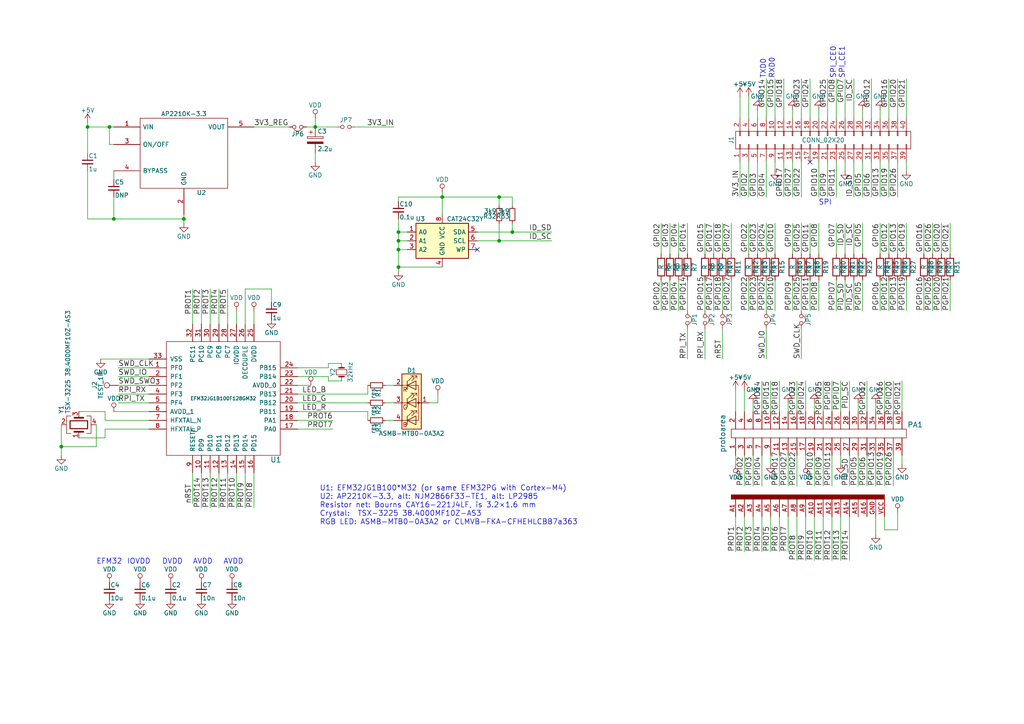
<source format=kicad_sch>
(kicad_sch (version 20230121) (generator eeschema)
  (paper "A4")
  (title_block (title "Raspberry Pi Gecko hat") (company "Jonas Norling"))
  (junction (at 115.57 69.85))
  (junction (at 144.78 57.15))
  (junction (at 25.4 36.83))
  (junction (at 31.75 36.83))
  (junction (at 53.34 63.5))
  (junction (at 115.57 67.31))
  (junction (at 148.59 67.31))
  (junction (at 17.78 129.54))
  (junction (at 115.57 72.39))
  (junction (at 115.57 77.47))
  (junction (at 91.44 36.83))
  (junction (at 144.78 69.85))
  (junction (at 128.27 57.15))
  (junction (at 33.02 63.5))
  (no_connect (at 138.43 72.39))
  (no_connect (at 234.95 46.99))
  (wire (pts (xy 78.74 87.63) (xy 78.74 83.82)))
  (wire (pts (xy 247.65 22.86) (xy 247.65 34.29)))
  (wire (pts (xy 86.36 106.68) (xy 95.25 106.68)))
  (wire (pts (xy 217.17 27.94) (xy 217.17 34.29)))
  (wire (pts (xy 212.09 64.77) (xy 212.09 73.66)))
  (wire (pts (xy 259.08 140.97) (xy 259.08 132.08)))
  (wire (pts (xy 27.94 123.19) (xy 27.94 129.54)))
  (wire (pts (xy 234.95 34.29) (xy 234.95 22.86)))
  (wire (pts (xy 260.35 34.29) (xy 260.35 22.86)))
  (wire (pts (xy 53.34 62.23) (xy 53.34 63.5)))
  (wire (pts (xy 228.6 116.84) (xy 228.6 119.38)))
  (wire (pts (xy 95.25 110.49) (xy 99.06 110.49)))
  (wire (pts (xy 102.87 36.83) (xy 114.3 36.83)))
  (wire (pts (xy 237.49 34.29) (xy 237.49 31.75)))
  (wire (pts (xy 30.48 119.38) (xy 22.86 119.38)))
  (wire (pts (xy 53.34 63.5) (xy 53.34 64.77)))
  (wire (pts (xy 128.27 57.15) (xy 144.78 57.15)))
  (wire (pts (xy 260.35 81.28) (xy 260.35 90.17)))
  (wire (pts (xy 43.18 111.76) (xy 34.29 111.76)))
  (wire (pts (xy 262.89 34.29) (xy 262.89 22.86)))
  (wire (pts (xy 73.66 147.32) (xy 73.66 137.16)))
  (wire (pts (xy 267.97 73.66) (xy 267.97 64.77)))
  (wire (pts (xy 30.48 121.92) (xy 43.18 121.92)))
  (wire (pts (xy 237.49 81.28) (xy 237.49 90.17)))
  (wire (pts (xy 224.79 81.28) (xy 224.79 90.17)))
  (wire (pts (xy 199.39 73.66) (xy 199.39 64.77)))
  (wire (pts (xy 261.62 119.38) (xy 261.62 110.49)))
  (wire (pts (xy 262.89 81.28) (xy 262.89 90.17)))
  (wire (pts (xy 31.75 36.83) (xy 33.02 36.83)))
  (wire (pts (xy 236.22 116.84) (xy 236.22 119.38)))
  (wire (pts (xy 227.33 46.99) (xy 227.33 57.15)))
  (wire (pts (xy 73.66 90.17) (xy 73.66 93.98)))
  (wire (pts (xy 260.35 153.67) (xy 260.35 148.59)))
  (wire (pts (xy 250.19 81.28) (xy 250.19 90.17)))
  (wire (pts (xy 234.95 73.66) (xy 234.95 64.77)))
  (wire (pts (xy 33.02 57.15) (xy 33.02 63.5)))
  (wire (pts (xy 219.71 57.15) (xy 219.71 46.99)))
  (wire (pts (xy 115.57 72.39) (xy 115.57 77.47)))
  (wire (pts (xy 127 116.84) (xy 127 114.3)))
  (wire (pts (xy 247.65 73.66) (xy 247.65 64.77)))
  (wire (pts (xy 86.36 114.3) (xy 106.68 114.3)))
  (wire (pts (xy 43.18 116.84) (xy 34.29 116.84)))
  (wire (pts (xy 111.76 121.92) (xy 114.3 121.92)))
  (wire (pts (xy 247.65 46.99) (xy 247.65 57.15)))
  (wire (pts (xy 246.38 119.38) (xy 246.38 110.49)))
  (wire (pts (xy 204.47 73.66) (xy 204.47 64.77)))
  (wire (pts (xy 254 149.86) (xy 254 154.94)))
  (wire (pts (xy 254 116.84) (xy 254 119.38)))
  (wire (pts (xy 222.25 64.77) (xy 222.25 73.66)))
  (wire (pts (xy 58.42 147.32) (xy 58.42 137.16)))
  (wire (pts (xy 196.85 64.77) (xy 196.85 73.66)))
  (wire (pts (xy 267.97 81.28) (xy 267.97 90.17)))
  (wire (pts (xy 255.27 34.29) (xy 255.27 31.75)))
  (wire (pts (xy 215.9 160.02) (xy 215.9 149.86)))
  (wire (pts (xy 238.76 119.38) (xy 238.76 110.49)))
  (wire (pts (xy 236.22 162.56) (xy 236.22 149.86)))
  (wire (pts (xy 255.27 46.99) (xy 255.27 57.15)))
  (wire (pts (xy 273.05 81.28) (xy 273.05 90.17)))
  (wire (pts (xy 86.36 116.84) (xy 106.68 116.84)))
  (wire (pts (xy 118.11 67.31) (xy 115.57 67.31)))
  (wire (pts (xy 68.58 90.17) (xy 68.58 93.98)))
  (wire (pts (xy 234.95 81.28) (xy 234.95 90.17)))
  (wire (pts (xy 233.68 134.62) (xy 233.68 132.08)))
  (wire (pts (xy 128.27 77.47) (xy 115.57 77.47)))
  (wire (pts (xy 148.59 57.15) (xy 148.59 59.69)))
  (wire (pts (xy 91.44 34.29) (xy 91.44 36.83)))
  (wire (pts (xy 270.51 64.77) (xy 270.51 73.66)))
  (wire (pts (xy 257.81 46.99) (xy 257.81 57.15)))
  (wire (pts (xy 241.3 162.56) (xy 241.3 149.86)))
  (wire (pts (xy 138.43 67.31) (xy 148.59 67.31)))
  (wire (pts (xy 106.68 119.38) (xy 106.68 121.92)))
  (wire (pts (xy 25.4 63.5) (xy 33.02 63.5)))
  (wire (pts (xy 209.55 95.25) (xy 209.55 104.14)))
  (wire (pts (xy 55.88 137.16) (xy 55.88 146.05)))
  (wire (pts (xy 17.78 123.19) (xy 17.78 129.54)))
  (wire (pts (xy 43.18 109.22) (xy 34.29 109.22)))
  (wire (pts (xy 115.57 67.31) (xy 115.57 69.85)))
  (wire (pts (xy 31.75 41.91) (xy 31.75 36.83)))
  (wire (pts (xy 251.46 119.38) (xy 251.46 110.49)))
  (wire (pts (xy 251.46 140.97) (xy 251.46 132.08)))
  (wire (pts (xy 43.18 114.3) (xy 34.29 114.3)))
  (wire (pts (xy 214.63 46.99) (xy 214.63 57.15)))
  (wire (pts (xy 231.14 119.38) (xy 231.14 110.49)))
  (wire (pts (xy 252.73 34.29) (xy 252.73 22.86)))
  (wire (pts (xy 228.6 160.02) (xy 228.6 149.86)))
  (wire (pts (xy 218.44 160.02) (xy 218.44 149.86)))
  (wire (pts (xy 95.25 106.68) (xy 95.25 105.41)))
  (wire (pts (xy 250.19 31.75) (xy 250.19 34.29)))
  (wire (pts (xy 260.35 73.66) (xy 260.35 64.77)))
  (wire (pts (xy 115.57 58.42) (xy 115.57 57.15)))
  (wire (pts (xy 256.54 140.97) (xy 256.54 132.08)))
  (wire (pts (xy 213.36 160.02) (xy 213.36 149.86)))
  (wire (pts (xy 148.59 67.31) (xy 160.02 67.31)))
  (wire (pts (xy 63.5 93.98) (xy 63.5 83.82)))
  (wire (pts (xy 261.62 134.62) (xy 261.62 132.08)))
  (wire (pts (xy 259.08 119.38) (xy 259.08 110.49)))
  (wire (pts (xy 58.42 93.98) (xy 58.42 83.82)))
  (wire (pts (xy 223.52 134.62) (xy 223.52 132.08)))
  (wire (pts (xy 66.04 147.32) (xy 66.04 137.16)))
  (wire (pts (xy 144.78 57.15) (xy 148.59 57.15)))
  (wire (pts (xy 95.25 109.22) (xy 95.25 110.49)))
  (wire (pts (xy 256.54 149.86) (xy 256.54 153.67)))
  (wire (pts (xy 68.58 147.32) (xy 68.58 137.16)))
  (wire (pts (xy 254 140.97) (xy 254 132.08)))
  (wire (pts (xy 275.59 64.77) (xy 275.59 73.66)))
  (wire (pts (xy 243.84 134.62) (xy 243.84 132.08)))
  (wire (pts (xy 115.57 77.47) (xy 115.57 78.74)))
  (wire (pts (xy 73.66 36.83) (xy 83.82 36.83)))
  (wire (pts (xy 255.27 73.66) (xy 255.27 64.77)))
  (wire (pts (xy 250.19 46.99) (xy 250.19 57.15)))
  (wire (pts (xy 95.25 105.41) (xy 99.06 105.41)))
  (wire (pts (xy 217.17 81.28) (xy 217.17 90.17)))
  (wire (pts (xy 60.96 93.98) (xy 60.96 83.82)))
  (wire (pts (xy 144.78 69.85) (xy 160.02 69.85)))
  (wire (pts (xy 25.4 36.83) (xy 25.4 44.45)))
  (wire (pts (xy 229.87 73.66) (xy 229.87 64.77)))
  (wire (pts (xy 257.81 73.66) (xy 257.81 64.77)))
  (wire (pts (xy 237.49 46.99) (xy 237.49 57.15)))
  (wire (pts (xy 232.41 64.77) (xy 232.41 73.66)))
  (wire (pts (xy 60.96 147.32) (xy 60.96 137.16)))
  (wire (pts (xy 88.9 36.83) (xy 91.44 36.83)))
  (wire (pts (xy 245.11 22.86) (xy 245.11 34.29)))
  (wire (pts (xy 241.3 140.97) (xy 241.3 132.08)))
  (wire (pts (xy 217.17 46.99) (xy 217.17 57.15)))
  (wire (pts (xy 86.36 124.46) (xy 96.52 124.46)))
  (wire (pts (xy 91.44 44.45) (xy 91.44 46.99)))
  (wire (pts (xy 219.71 31.75) (xy 219.71 34.29)))
  (wire (pts (xy 191.77 64.77) (xy 191.77 73.66)))
  (wire (pts (xy 191.77 81.28) (xy 191.77 90.17)))
  (wire (pts (xy 90.17 111.76) (xy 86.36 111.76)))
  (wire (pts (xy 243.84 119.38) (xy 243.84 110.49)))
  (wire (pts (xy 194.31 81.28) (xy 194.31 90.17)))
  (wire (pts (xy 118.11 69.85) (xy 115.57 69.85)))
  (wire (pts (xy 238.76 140.97) (xy 238.76 132.08)))
  (wire (pts (xy 240.03 34.29) (xy 240.03 22.86)))
  (wire (pts (xy 29.21 104.14) (xy 43.18 104.14)))
  (wire (pts (xy 213.36 134.62) (xy 213.36 132.08)))
  (wire (pts (xy 55.88 93.98) (xy 55.88 83.82)))
  (wire (pts (xy 115.57 69.85) (xy 115.57 72.39)))
  (wire (pts (xy 252.73 46.99) (xy 252.73 57.15)))
  (wire (pts (xy 111.76 111.76) (xy 114.3 111.76)))
  (wire (pts (xy 115.57 57.15) (xy 128.27 57.15)))
  (wire (pts (xy 270.51 81.28) (xy 270.51 90.17)))
  (wire (pts (xy 222.25 90.17) (xy 222.25 81.28)))
  (wire (pts (xy 25.4 49.53) (xy 25.4 63.5)))
  (wire (pts (xy 196.85 81.28) (xy 196.85 90.17)))
  (wire (pts (xy 236.22 140.97) (xy 236.22 132.08)))
  (wire (pts (xy 91.44 36.83) (xy 97.79 36.83)))
  (wire (pts (xy 246.38 140.97) (xy 246.38 132.08)))
  (wire (pts (xy 220.98 160.02) (xy 220.98 149.86)))
  (wire (pts (xy 241.3 119.38) (xy 241.3 110.49)))
  (wire (pts (xy 128.27 55.88) (xy 128.27 57.15)))
  (wire (pts (xy 223.52 160.02) (xy 223.52 149.86)))
  (wire (pts (xy 257.81 81.28) (xy 257.81 90.17)))
  (wire (pts (xy 273.05 73.66) (xy 273.05 64.77)))
  (wire (pts (xy 256.54 119.38) (xy 256.54 110.49)))
  (wire (pts (xy 240.03 46.99) (xy 240.03 57.15)))
  (wire (pts (xy 213.36 113.03) (xy 213.36 119.38)))
  (wire (pts (xy 242.57 73.66) (xy 242.57 64.77)))
  (wire (pts (xy 232.41 46.99) (xy 232.41 57.15)))
  (wire (pts (xy 222.25 57.15) (xy 222.25 46.99)))
  (wire (pts (xy 233.68 162.56) (xy 233.68 149.86)))
  (wire (pts (xy 209.55 64.77) (xy 209.55 73.66)))
  (wire (pts (xy 220.98 140.97) (xy 220.98 132.08)))
  (wire (pts (xy 118.11 72.39) (xy 115.57 72.39)))
  (wire (pts (xy 228.6 140.97) (xy 228.6 132.08)))
  (wire (pts (xy 275.59 81.28) (xy 275.59 90.17)))
  (wire (pts (xy 148.59 64.77) (xy 148.59 67.31)))
  (wire (pts (xy 194.31 64.77) (xy 194.31 73.66)))
  (wire (pts (xy 223.52 119.38) (xy 223.52 110.49)))
  (wire (pts (xy 144.78 59.69) (xy 144.78 57.15)))
  (wire (pts (xy 25.4 35.56) (xy 25.4 36.83)))
  (wire (pts (xy 257.81 34.29) (xy 257.81 22.86)))
  (wire (pts (xy 232.41 22.86) (xy 232.41 34.29)))
  (wire (pts (xy 215.9 113.03) (xy 215.9 119.38)))
  (wire (pts (xy 43.18 106.68) (xy 34.29 106.68)))
  (wire (pts (xy 215.9 140.97) (xy 215.9 132.08)))
  (wire (pts (xy 30.48 124.46) (xy 30.48 127)))
  (wire (pts (xy 227.33 34.29) (xy 227.33 22.86)))
  (wire (pts (xy 217.17 64.77) (xy 217.17 73.66)))
  (wire (pts (xy 243.84 162.56) (xy 243.84 149.86)))
  (wire (pts (xy 242.57 34.29) (xy 242.57 22.86)))
  (wire (pts (xy 219.71 73.66) (xy 219.71 64.77)))
  (wire (pts (xy 71.12 83.82) (xy 71.12 93.98)))
  (wire (pts (xy 262.89 64.77) (xy 262.89 73.66)))
  (wire (pts (xy 86.36 121.92) (xy 96.52 121.92)))
  (wire (pts (xy 246.38 162.56) (xy 246.38 149.86)))
  (wire (pts (xy 220.98 119.38) (xy 220.98 110.49)))
  (wire (pts (xy 218.44 140.97) (xy 218.44 132.08)))
  (wire (pts (xy 212.09 81.28) (xy 212.09 90.17)))
  (wire (pts (xy 33.02 119.38) (xy 43.18 119.38)))
  (wire (pts (xy 199.39 95.25) (xy 199.39 104.14)))
  (wire (pts (xy 71.12 147.32) (xy 71.12 137.16)))
  (wire (pts (xy 144.78 64.77) (xy 144.78 69.85)))
  (wire (pts (xy 30.48 127) (xy 22.86 127)))
  (wire (pts (xy 115.57 63.5) (xy 115.57 67.31)))
  (wire (pts (xy 219.71 81.28) (xy 219.71 90.17)))
  (wire (pts (xy 262.89 49.53) (xy 262.89 46.99)))
  (wire (pts (xy 222.25 34.29) (xy 222.25 22.86)))
  (wire (pts (xy 224.79 64.77) (xy 224.79 73.66)))
  (wire (pts (xy 17.78 129.54) (xy 17.78 132.08)))
  (wire (pts (xy 242.57 81.28) (xy 242.57 90.17)))
  (wire (pts (xy 232.41 95.25) (xy 232.41 104.14)))
  (wire (pts (xy 33.02 49.53) (xy 33.02 52.07)))
  (wire (pts (xy 106.68 114.3) (xy 106.68 111.76)))
  (wire (pts (xy 248.92 116.84) (xy 248.92 119.38)))
  (wire (pts (xy 250.19 73.66) (xy 250.19 64.77)))
  (wire (pts (xy 66.04 93.98) (xy 66.04 83.82)))
  (wire (pts (xy 86.36 109.22) (xy 95.25 109.22)))
  (wire (pts (xy 233.68 119.38) (xy 233.68 110.49)))
  (wire (pts (xy 138.43 69.85) (xy 144.78 69.85)))
  (wire (pts (xy 242.57 46.99) (xy 242.57 57.15)))
  (wire (pts (xy 229.87 90.17) (xy 229.87 81.28)))
  (wire (pts (xy 78.74 83.82) (xy 71.12 83.82)))
  (wire (pts (xy 247.65 81.28) (xy 247.65 90.17)))
  (wire (pts (xy 245.11 81.28) (xy 245.11 90.17)))
  (wire (pts (xy 231.14 140.97) (xy 231.14 132.08)))
  (wire (pts (xy 30.48 121.92) (xy 30.48 119.38)))
  (wire (pts (xy 224.79 46.99) (xy 224.79 49.53)))
  (wire (pts (xy 256.54 153.67) (xy 260.35 153.67)))
  (wire (pts (xy 209.55 90.17) (xy 209.55 81.28)))
  (wire (pts (xy 127 116.84) (xy 124.46 116.84)))
  (wire (pts (xy 255.27 81.28) (xy 255.27 90.17)))
  (wire (pts (xy 207.01 64.77) (xy 207.01 73.66)))
  (wire (pts (xy 226.06 160.02) (xy 226.06 149.86)))
  (wire (pts (xy 237.49 73.66) (xy 237.49 64.77)))
  (wire (pts (xy 111.76 116.84) (xy 114.3 116.84)))
  (wire (pts (xy 232.41 90.17) (xy 232.41 81.28)))
  (wire (pts (xy 128.27 57.15) (xy 128.27 62.23)))
  (wire (pts (xy 229.87 46.99) (xy 229.87 57.15)))
  (wire (pts (xy 214.63 27.94) (xy 214.63 34.29)))
  (wire (pts (xy 229.87 31.75) (xy 229.87 34.29)))
  (wire (pts (xy 33.02 63.5) (xy 53.34 63.5)))
  (wire (pts (xy 30.48 124.46) (xy 43.18 124.46)))
  (wire (pts (xy 238.76 162.56) (xy 238.76 149.86)))
  (wire (pts (xy 226.06 140.97) (xy 226.06 132.08)))
  (wire (pts (xy 33.02 41.91) (xy 31.75 41.91)))
  (wire (pts (xy 231.14 162.56) (xy 231.14 149.86)))
  (wire (pts (xy 248.92 140.97) (xy 248.92 132.08)))
  (wire (pts (xy 204.47 95.25) (xy 204.47 104.14)))
  (wire (pts (xy 27.94 129.54) (xy 17.78 129.54)))
  (wire (pts (xy 86.36 119.38) (xy 106.68 119.38)))
  (wire (pts (xy 222.25 95.25) (xy 222.25 104.14)))
  (wire (pts (xy 245.11 73.66) (xy 245.11 64.77)))
  (wire (pts (xy 245.11 49.53) (xy 245.11 46.99)))
  (wire (pts (xy 226.06 119.38) (xy 226.06 110.49)))
  (wire (pts (xy 63.5 147.32) (xy 63.5 137.16)))
  (wire (pts (xy 218.44 116.84) (xy 218.44 119.38)))
  (wire (pts (xy 207.01 81.28) (xy 207.01 90.17)))
  (wire (pts (xy 224.79 34.29) (xy 224.79 22.86)))
  (wire (pts (xy 204.47 90.17) (xy 204.47 81.28)))
  (wire (pts (xy 25.4 36.83) (xy 31.75 36.83)))
  (wire (pts (xy 260.35 46.99) (xy 260.35 57.15)))
  (wire (pts (xy 199.39 81.28) (xy 199.39 90.17)))
  (text "SPI_CE0" (at 242.57 22.86 90) (effects (font (size 1.524 1.524)) (justify left bottom)))
  (text "TXD0" (at 222.25 22.86 90) (effects (font (size 1.524 1.524)) (justify left bottom)))
  (text "IOVDD" (at 36.83 163.83 0) (effects (font (size 1.524 1.524)) (justify left bottom)))
  (text "EFM32" (at 27.94 163.83 0) (effects (font (size 1.524 1.524)) (justify left bottom)))
  (text "AVDD" (at 55.88 163.83 0) (effects (font (size 1.524 1.524)) (justify left bottom)))
  (text "AVDD" (at 64.77 163.83 0) (effects (font (size 1.524 1.524)) (justify left bottom)))
  (text "RXD0" (at 224.79 22.86 90) (effects (font (size 1.524 1.524)) (justify left bottom)))
  (text "DVDD" (at 46.99 163.83 0) (effects (font (size 1.524 1.524)) (justify left bottom)))
  (text "U1: EFM32JG1B100*M32 (or same EFM32PG with Cortex-M4)\nU2: AP2210K-3.3, alt: NJM2866F33-TE1, alt: LP2985\nResistor net: Bourns CAY16-221J4LF, is 3.2×1.6 mm\nCrystal:  TSX-3225 38.4000MF10Z-AS3\nRGB LED: ASMB-MTB0-0A3A2 or CLMVB-FKA-CFHEHLCBB7a363\n" (at 92.71 152.4 0) (effects (font (size 1.524 1.524)) (justify left bottom)))
  (text "SPI_CE1" (at 245.11 22.86 90) (effects (font (size 1.524 1.524)) (justify left bottom)))
  (text "SPI" (at 241.3 59.69 0) (effects (font (size 1.524 1.524)) (justify right bottom)))
  (label "PGPIO21" (at 275.59 90.17 90) (effects (font (size 1.524 1.524))))
  (label "GPIO19" (at 257.81 57.15 90) (effects (font (size 1.524 1.524))))
  (label "PGPIO16" (at 267.97 90.17 90) (effects (font (size 1.524 1.524))))
  (label "PGPIO11" (at 234.95 90.17 90) (effects (font (size 1.524 1.524))))
  (label "PROT2" (at 215.9 160.02 90) (effects (font (size 1.524 1.524))))
  (label "GPIO27" (at 229.87 57.15 90) (effects (font (size 1.524 1.524))))
  (label "PGPIO19" (at 262.89 90.17 90) (effects (font (size 1.524 1.524))))
  (label "GPIO20" (at 260.35 22.86 270) (effects (font (size 1.524 1.524))))
  (label "SWD_IO" (at 222.25 104.14 90) (effects (font (size 1.524 1.524))))
  (label "LED_B" (at 87.63 114.3 0) (effects (font (size 1.524 1.524))))
  (label "PGPIO17" (at 226.06 140.97 90) (effects (font (size 1.524 1.524))))
  (label "PGPIO8" (at 241.3 110.49 270) (effects (font (size 1.524 1.524))))
  (label "PGPIO4" (at 196.85 90.17 90) (effects (font (size 1.524 1.524))))
  (label "GPIO24" (at 234.95 22.86 270) (effects (font (size 1.524 1.524))))
  (label "PGPIO3" (at 218.44 140.97 90) (effects (font (size 1.524 1.524))))
  (label "GPIO22" (at 232.41 57.15 90) (effects (font (size 1.524 1.524))))
  (label "PGPIO22" (at 217.17 90.17 90) (effects (font (size 1.524 1.524))))
  (label "PID_SC" (at 247.65 90.17 90) (effects (font (size 1.524 1.524))))
  (label "PROT1" (at 55.88 83.82 270) (effects (font (size 1.524 1.524))))
  (label "PGPIO15" (at 204.47 90.17 90) (effects (font (size 1.524 1.524))))
  (label "PROT9" (at 71.12 147.32 90) (effects (font (size 1.524 1.524))))
  (label "GPIO9" (at 229.87 64.77 270) (effects (font (size 1.524 1.524))))
  (label "SWD_CLK" (at 34.29 106.68 0) (effects (font (size 1.524 1.524))))
  (label "PGPIO18" (at 209.55 90.17 90) (effects (font (size 1.524 1.524))))
  (label "PROT5" (at 223.52 160.02 90) (effects (font (size 1.524 1.524))))
  (label "PGPIO2" (at 191.77 90.17 90) (effects (font (size 1.524 1.524))))
  (label "GPIO16" (at 267.97 64.77 270) (effects (font (size 1.524 1.524))))
  (label "GPIO11" (at 242.57 57.15 90) (effects (font (size 1.524 1.524))))
  (label "GPIO21" (at 262.89 22.86 270) (effects (font (size 1.524 1.524))))
  (label "PGPIO16" (at 256.54 110.49 270) (effects (font (size 1.524 1.524))))
  (label "PROT14" (at 58.42 147.32 90) (effects (font (size 1.524 1.524))))
  (label "PGPIO23" (at 219.71 90.17 90) (effects (font (size 1.524 1.524))))
  (label "PROT6" (at 96.52 121.92 180) (effects (font (size 1.524 1.524))))
  (label "GPIO17" (at 227.33 57.15 90) (effects (font (size 1.524 1.524))))
  (label "PGPIO14" (at 199.39 90.17 90) (effects (font (size 1.524 1.524))))
  (label "GPIO4" (at 222.25 57.15 90) (effects (font (size 1.524 1.524))))
  (label "PGPIO24" (at 222.25 90.17 90) (effects (font (size 1.524 1.524))))
  (label "PID_SD" (at 246.38 140.97 90) (effects (font (size 1.524 1.524))))
  (label "GPIO2" (at 191.77 64.77 270) (effects (font (size 1.524 1.524))))
  (label "ID_SD" (at 160.02 67.31 180) (effects (font (size 1.524 1.524))))
  (label "PGPIO19" (at 256.54 140.97 90) (effects (font (size 1.524 1.524))))
  (label "PROT11" (at 66.04 147.32 90) (effects (font (size 1.524 1.524))))
  (label "GPIO19" (at 262.89 64.77 270) (effects (font (size 1.524 1.524))))
  (label "GPIO14" (at 199.39 64.77 270) (effects (font (size 1.524 1.524))))
  (label "PROT3" (at 60.96 83.82 270) (effects (font (size 1.524 1.524))))
  (label "PID_SD" (at 245.11 90.17 90) (effects (font (size 1.524 1.524))))
  (label "PGPIO10" (at 224.79 90.17 90) (effects (font (size 1.524 1.524))))
  (label "SWD_CLK" (at 232.41 104.14 90) (effects (font (size 1.524 1.524))))
  (label "PGPIO7" (at 243.84 110.49 270) (effects (font (size 1.524 1.524))))
  (label "PROT9" (at 233.68 162.56 90) (effects (font (size 1.524 1.524))))
  (label "PGPIO8" (at 237.49 90.17 90) (effects (font (size 1.524 1.524))))
  (label "GPIO10" (at 224.79 64.77 270) (effects (font (size 1.524 1.524))))
  (label "GPIO7" (at 242.57 64.77 270) (effects (font (size 1.524 1.524))))
  (label "PGPIO20" (at 273.05 90.17 90) (effects (font (size 1.524 1.524))))
  (label "GPIO5" (at 250.19 57.15 90) (effects (font (size 1.524 1.524))))
  (label "ID_SC" (at 247.65 64.77 270) (effects (font (size 1.524 1.524))))
  (label "PROT1" (at 213.36 160.02 90) (effects (font (size 1.524 1.524))))
  (label "GPIO11" (at 234.95 64.77 270) (effects (font (size 1.524 1.524))))
  (label "GPIO6" (at 252.73 57.15 90) (effects (font (size 1.524 1.524))))
  (label "GPIO18" (at 227.33 22.86 270) (effects (font (size 1.524 1.524))))
  (label "PGPIO3" (at 194.31 90.17 90) (effects (font (size 1.524 1.524))))
  (label "PGPIO11" (at 241.3 140.97 90) (effects (font (size 1.524 1.524))))
  (label "PGPIO6" (at 251.46 140.97 90) (effects (font (size 1.524 1.524))))
  (label "PGPIO5" (at 250.19 90.17 90) (effects (font (size 1.524 1.524))))
  (label "PGPIO13" (at 254 140.97 90) (effects (font (size 1.524 1.524))))
  (label "PGPIO14" (at 220.98 110.49 270) (effects (font (size 1.524 1.524))))
  (label "PGPIO25" (at 232.41 90.17 90) (effects (font (size 1.524 1.524))))
  (label "LED_G" (at 87.63 116.84 0) (effects (font (size 1.524 1.524))))
  (label "GPIO13" (at 255.27 57.15 90) (effects (font (size 1.524 1.524))))
  (label "PROT4" (at 220.98 160.02 90) (effects (font (size 1.524 1.524))))
  (label "GPIO7" (at 245.11 22.86 270) (effects (font (size 1.524 1.524))))
  (label "GPIO26" (at 270.51 64.77 270) (effects (font (size 1.524 1.524))))
  (label "PROT4" (at 63.5 83.82 270) (effects (font (size 1.524 1.524))))
  (label "ID_SC" (at 160.02 69.85 180) (effects (font (size 1.524 1.524))))
  (label "PROT2" (at 58.42 83.82 270) (effects (font (size 1.524 1.524))))
  (label "PGPIO7" (at 242.57 90.17 90) (effects (font (size 1.524 1.524))))
  (label "3V3_IN" (at 114.3 36.83 180) (effects (font (size 1.524 1.524))))
  (label "PGPIO17" (at 207.01 90.17 90) (effects (font (size 1.524 1.524))))
  (label "PGPIO26" (at 270.51 90.17 90) (effects (font (size 1.524 1.524))))
  (label "PROT8" (at 73.66 147.32 90) (effects (font (size 1.524 1.524))))
  (label "nRST" (at 55.88 146.05 90) (effects (font (size 1.524 1.524))))
  (label "PGPIO27" (at 212.09 90.17 90) (effects (font (size 1.524 1.524))))
  (label "RPI_RX" (at 204.47 104.14 90) (effects (font (size 1.524 1.524))))
  (label "GPIO3" (at 219.71 57.15 90) (effects (font (size 1.524 1.524))))
  (label "GPIO9" (at 240.03 57.15 90) (effects (font (size 1.524 1.524))))
  (label "PGPIO2" (at 215.9 140.97 90) (effects (font (size 1.524 1.524))))
  (label "GPIO2" (at 217.17 57.15 90) (effects (font (size 1.524 1.524))))
  (label "PROT5" (at 66.04 83.82 270) (effects (font (size 1.524 1.524))))
  (label "3V3_REG" (at 73.66 36.83 0) (effects (font (size 1.524 1.524))))
  (label "GPIO17" (at 207.01 64.77 270) (effects (font (size 1.524 1.524))))
  (label "GPIO13" (at 260.35 64.77 270) (effects (font (size 1.524 1.524))))
  (label "PROT6" (at 226.06 160.02 90) (effects (font (size 1.524 1.524))))
  (label "RPI_TX" (at 34.29 116.84 0) (effects (font (size 1.524 1.524))))
  (label "PGPIO9" (at 229.87 90.17 90) (effects (font (size 1.524 1.524))))
  (label "GPIO4" (at 196.85 64.77 270) (effects (font (size 1.524 1.524))))
  (label "PGPIO6" (at 255.27 90.17 90) (effects (font (size 1.524 1.524))))
  (label "GPIO14" (at 222.25 22.86 270) (effects (font (size 1.524 1.524))))
  (label "GPIO16" (at 257.81 22.86 270) (effects (font (size 1.524 1.524))))
  (label "PGPIO21" (at 261.62 110.49 270) (effects (font (size 1.524 1.524))))
  (label "RPI_RX" (at 34.29 114.3 0) (effects (font (size 1.524 1.524))))
  (label "ID_SD" (at 245.11 64.77 270) (effects (font (size 1.524 1.524))))
  (label "PROT13" (at 243.84 162.56 90) (effects (font (size 1.524 1.524))))
  (label "PGPIO15" (at 223.52 110.49 270) (effects (font (size 1.524 1.524))))
  (label "PGPIO27" (at 228.6 140.97 90) (effects (font (size 1.524 1.524))))
  (label "SWD_IO" (at 34.29 109.22 0) (effects (font (size 1.524 1.524))))
  (label "PGPIO25" (at 238.76 110.49 270) (effects (font (size 1.524 1.524))))
  (label "GPIO27" (at 212.09 64.77 270) (effects (font (size 1.524 1.524))))
  (label "PROT14" (at 246.38 162.56 90) (effects (font (size 1.524 1.524))))
  (label "LED_R" (at 87.63 119.38 0) (effects (font (size 1.524 1.524))))
  (label "PROT13" (at 60.96 147.32 90) (effects (font (size 1.524 1.524))))
  (label "PROT3" (at 218.44 160.02 90) (effects (font (size 1.524 1.524))))
  (label "GPIO8" (at 242.57 22.86 270) (effects (font (size 1.524 1.524))))
  (label "PROT8" (at 231.14 162.56 90) (effects (font (size 1.524 1.524))))
  (label "PGPIO20" (at 259.08 110.49 270) (effects (font (size 1.524 1.524))))
  (label "PROT12" (at 241.3 162.56 90) (effects (font (size 1.524 1.524))))
  (label "PROT10" (at 68.58 147.32 90) (effects (font (size 1.524 1.524))))
  (label "PROT7" (at 228.6 160.02 90) (effects (font (size 1.524 1.524))))
  (label "GPIO10" (at 237.49 57.15 90) (effects (font (size 1.524 1.524))))
  (label "GPIO23" (at 232.41 22.86 270) (effects (font (size 1.524 1.524))))
  (label "PGPIO13" (at 260.35 90.17 90) (effects (font (size 1.524 1.524))))
  (label "SWD_SWO" (at 34.29 111.76 0) (effects (font (size 1.524 1.524))))
  (label "PGPIO12" (at 251.46 110.49 270) (effects (font (size 1.524 1.524))))
  (label "PROT10" (at 236.22 162.56 90) (effects (font (size 1.524 1.524))))
  (label "GPIO20" (at 273.05 64.77 270) (effects (font (size 1.524 1.524))))
  (label "PGPIO12" (at 257.81 90.17 90) (effects (font (size 1.524 1.524))))
  (label "GPIO25" (at 240.03 22.86 270) (effects (font (size 1.524 1.524))))
  (label "RPI_TX" (at 199.39 104.14 90) (effects (font (size 1.524 1.524))))
  (label "3V3_IN" (at 214.63 57.15 90) (effects (font (size 1.524 1.524))))
  (label "PROT11" (at 238.76 162.56 90) (effects (font (size 1.524 1.524))))
  (label "PGPIO4" (at 220.98 140.97 90) (effects (font (size 1.524 1.524))))
  (label "PID_SC" (at 246.38 110.49 270) (effects (font (size 1.524 1.524))))
  (label "GPIO12" (at 252.73 22.86 270) (effects (font (size 1.524 1.524))))
  (label "PGPIO24" (at 233.68 110.49 270) (effects (font (size 1.524 1.524))))
  (label "GPIO21" (at 275.59 64.77 270) (effects (font (size 1.524 1.524))))
  (label "GPIO25" (at 232.41 64.77 270) (effects (font (size 1.524 1.524))))
  (label "GPIO15" (at 204.47 64.77 270) (effects (font (size 1.524 1.524))))
  (label "PGPIO26" (at 259.08 140.97 90) (effects (font (size 1.524 1.524))))
  (label "GPIO3" (at 194.31 64.77 270) (effects (font (size 1.524 1.524))))
  (label "GPIO15" (at 224.79 22.86 270) (effects (font (size 1.524 1.524))))
  (label "GPIO26" (at 260.35 57.15 90) (effects (font (size 1.524 1.524))))
  (label "GPIO18" (at 209.55 64.77 270) (effects (font (size 1.524 1.524))))
  (label "ID_SC" (at 247.65 22.86 270) (effects (font (size 1.524 1.524))))
  (label "GPIO5" (at 250.19 64.77 270) (effects (font (size 1.524 1.524))))
  (label "GPIO22" (at 217.17 64.77 270) (effects (font (size 1.524 1.524))))
  (label "PGPIO18" (at 226.06 110.49 270) (effects (font (size 1.524 1.524))))
  (label "GPIO24" (at 222.25 64.77 270) (effects (font (size 1.524 1.524))))
  (label "PGPIO23" (at 231.14 110.49 270) (effects (font (size 1.524 1.524))))
  (label "PGPIO9" (at 238.76 140.97 90) (effects (font (size 1.524 1.524))))
  (label "ID_SD" (at 247.65 57.15 90) (effects (font (size 1.524 1.524))))
  (label "PROT12" (at 63.5 147.32 90) (effects (font (size 1.524 1.524))))
  (label "GPIO8" (at 237.49 64.77 270) (effects (font (size 1.524 1.524))))
  (label "nRST" (at 209.55 104.14 90) (effects (font (size 1.524 1.524))))
  (label "PROT7" (at 96.52 124.46 180) (effects (font (size 1.524 1.524))))
  (label "GPIO12" (at 257.81 64.77 270) (effects (font (size 1.524 1.524))))
  (label "PGPIO5" (at 248.92 140.97 90) (effects (font (size 1.524 1.524))))
  (label "PGPIO10" (at 236.22 140.97 90) (effects (font (size 1.524 1.524))))
  (label "GPIO23" (at 219.71 64.77 270) (effects (font (size 1.524 1.524))))
  (label "GPIO6" (at 255.27 64.77 270) (effects (font (size 1.524 1.524))))
  (label "PGPIO22" (at 231.14 140.97 90) (effects (font (size 1.524 1.524))))
  (symbol (lib_id "geckohat-rescue:CONN_02X20") (at 238.76 40.64 90) (unit 1)
    (property "Reference" "J1" (at 212.09 40.64 0))
    (property "Value" "CONN_02X20" (at 238.76 40.64 90))
    (property "Footprint" "Pin_Headers:Pin_Header_Straight_2x20_Pitch2.54mm" (effects hide))
  )
  (symbol (lib_id "geckohat-rescue:Crystal_Small") (at 99.06 107.95 90) (unit 1)
    (property "Reference" "Y2" (at 96.52 107.95 0))
    (property "Value" "32kHz" (at 101.6 107.95 0))
    (property "Footprint" "Crystals:Crystal_C26-LF_d2.1mm_l6.5mm_Vertical" (effects hide))
  )
  (symbol (lib_id "geckohat-rescue:GND") (at 29.21 104.14 0) (unit 1)
    (property "Reference" "#PWR3" (effects hide))
    (property "Value" "GND" (at 29.21 107.95 0))
  )
  (symbol (lib_id "geckohat-rescue:GND") (at 224.79 49.53 0) (unit 1)
    (property "Reference" "#PWR33" (effects hide))
    (property "Value" "GND" (at 224.79 53.34 0))
  )
  (symbol (lib_id "geckohat-rescue:GND") (at 245.11 49.53 0) (unit 1)
    (property "Reference" "#PWR40" (effects hide))
    (property "Value" "GND" (at 245.11 53.34 0))
  )
  (symbol (lib_id "geckohat-rescue:GND") (at 219.71 31.75 180) (unit 1)
    (property "Reference" "#PWR31" (effects hide))
    (property "Value" "GND" (at 219.71 27.94 0))
  )
  (symbol (lib_id "geckohat-rescue:GND") (at 229.87 31.75 180) (unit 1)
    (property "Reference" "#PWR35" (effects hide))
    (property "Value" "GND" (at 229.87 27.94 0))
  )
  (symbol (lib_id "geckohat-rescue:GND") (at 237.49 31.75 180) (unit 1)
    (property "Reference" "#PWR38" (effects hide))
    (property "Value" "GND" (at 237.49 27.94 0))
  )
  (symbol (lib_id "geckohat-rescue:GND") (at 250.19 31.75 180) (unit 1)
    (property "Reference" "#PWR42" (effects hide))
    (property "Value" "GND" (at 250.19 27.94 0))
  )
  (symbol (lib_id "geckohat-rescue:GND") (at 255.27 31.75 180) (unit 1)
    (property "Reference" "#PWR45" (effects hide))
    (property "Value" "GND" (at 255.27 27.94 0))
  )
  (symbol (lib_id "geckohat-rescue:+5V") (at 214.63 27.94 0) (unit 1)
    (property "Reference" "#PWR27" (effects hide))
    (property "Value" "+5V" (at 214.63 24.384 0))
  )
  (symbol (lib_id "geckohat-rescue:+5V") (at 217.17 27.94 0) (unit 1)
    (property "Reference" "#PWR29" (effects hide))
    (property "Value" "+5V" (at 217.17 24.384 0))
  )
  (symbol (lib_id "geckohat-rescue:LP2985LV") (at 53.34 44.45 0) (unit 1)
    (property "Reference" "U2" (at 58.42 55.88 0))
    (property "Value" "AP2210K-3.3" (at 53.34 33.02 0))
    (property "Footprint" "TO_SOT_Packages_SMD:SOT-23-5_HandSoldering" (effects hide))
  )
  (symbol (lib_id "geckohat-rescue:+5V") (at 25.4 35.56 0) (unit 1)
    (property "Reference" "#PWR2" (effects hide))
    (property "Value" "+5V" (at 25.4 32.004 0))
  )
  (symbol (lib_id "geckohat-rescue:GND") (at 53.34 64.77 0) (unit 1)
    (property "Reference" "#PWR11" (effects hide))
    (property "Value" "GND" (at 53.34 68.58 0))
  )
  (symbol (lib_id "geckohat-rescue:VDD") (at 91.44 34.29 0) (unit 1)
    (property "Reference" "#PWR20" (effects hide))
    (property "Value" "VDD" (at 91.44 30.48 0))
  )
  (symbol (lib_id "geckohat-rescue:CP") (at 91.44 40.64 0) (unit 1)
    (property "Reference" "C3" (at 92.075 38.1 0) (effects (justify left)))
    (property "Value" "2.2u" (at 92.075 43.18 0) (effects (justify left)))
    (property "Footprint" "c_local:C_0603_1608Metric_Pad0.84x1.00mm_HandSolder" (effects hide))
  )
  (symbol (lib_id "geckohat-rescue:GND") (at 91.44 46.99 0) (unit 1)
    (property "Reference" "#PWR21" (effects hide))
    (property "Value" "GND" (at 91.44 50.8 0))
  )
  (symbol (lib_id "geckohat-rescue:C_Small") (at 49.53 171.45 0) (unit 1)
    (property "Reference" "C2" (at 49.784 169.672 0) (effects (justify left)))
    (property "Value" "0.1u" (at 49.784 173.482 0) (effects (justify left)))
    (property "Footprint" "c_local:C_0603_1608Metric_Pad0.84x1.00mm_HandSolder" (effects hide))
  )
  (symbol (lib_id "efm32jg1:EFM32JG1B100*M32") (at 64.77 115.57 0) (unit 1)
    (property "Reference" "U1" (at 80.01 133.35 0) (effects (font (size 1.524 1.524))))
    (property "Value" "EFM32JG1B100F128GM32" (at 64.77 115.57 0) (effects (font (size 0.9906 0.9906))))
    (property "Footprint" "qfn:QFN-32-handsolder" (effects hide))
  )
  (symbol (lib_id "geckohat-rescue:VDD") (at 90.17 111.76 0) (unit 1)
    (property "Reference" "#PWR19" (effects hide))
    (property "Value" "VDD" (at 90.17 107.95 0))
  )
  (symbol (lib_id "geckohat-rescue:VDD") (at 33.02 119.38 0) (unit 1)
    (property "Reference" "#PWR6" (effects hide))
    (property "Value" "VDD" (at 33.02 115.57 0))
  )
  (symbol (lib_id "geckohat-rescue:VDD") (at 49.53 168.91 0) (unit 1)
    (property "Reference" "#PWR9" (effects hide))
    (property "Value" "VDD" (at 49.53 165.1 0))
  )
  (symbol (lib_id "geckohat-rescue:GND") (at 49.53 173.99 0) (unit 1)
    (property "Reference" "#PWR10" (effects hide))
    (property "Value" "GND" (at 49.53 177.8 0))
  )
  (symbol (lib_id "geckohat-rescue:VDD") (at 68.58 90.17 0) (unit 1)
    (property "Reference" "#PWR16" (effects hide))
    (property "Value" "VDD" (at 68.58 86.36 0))
  )
  (symbol (lib_id "geckohat-rescue:VDD") (at 73.66 90.17 0) (unit 1)
    (property "Reference" "#PWR17" (effects hide))
    (property "Value" "VDD" (at 73.66 86.36 0))
  )
  (symbol (lib_id "geckohat-rescue:C_Small") (at 78.74 90.17 0) (unit 1)
    (property "Reference" "C9" (at 78.994 88.392 0) (effects (justify left)))
    (property "Value" "1u" (at 78.994 92.202 0) (effects (justify left)))
    (property "Footprint" "c_local:C_0603_1608Metric_Pad0.84x1.00mm_HandSolder" (effects hide))
  )
  (symbol (lib_id "geckohat-rescue:GND") (at 78.74 92.71 0) (unit 1)
    (property "Reference" "#PWR18" (effects hide))
    (property "Value" "GND" (at 78.74 96.52 0))
  )
  (symbol (lib_id "geckohat-rescue:C_Small") (at 40.64 171.45 0) (unit 1)
    (property "Reference" "C6" (at 40.894 169.672 0) (effects (justify left)))
    (property "Value" "0.1u" (at 40.894 173.482 0) (effects (justify left)))
    (property "Footprint" "c_local:C_0603_1608Metric_Pad0.84x1.00mm_HandSolder" (effects hide))
  )
  (symbol (lib_id "geckohat-rescue:VDD") (at 40.64 168.91 0) (unit 1)
    (property "Reference" "#PWR7" (effects hide))
    (property "Value" "VDD" (at 40.64 165.1 0))
  )
  (symbol (lib_id "geckohat-rescue:GND") (at 40.64 173.99 0) (unit 1)
    (property "Reference" "#PWR8" (effects hide))
    (property "Value" "GND" (at 40.64 177.8 0))
  )
  (symbol (lib_id "geckohat-rescue:C_Small") (at 31.75 171.45 0) (unit 1)
    (property "Reference" "C4" (at 32.004 169.672 0) (effects (justify left)))
    (property "Value" "10u" (at 32.004 173.482 0) (effects (justify left)))
    (property "Footprint" "c_local:C_1206_3216Metric_Pad1.24x1.80mm_HandSolder" (effects hide))
  )
  (symbol (lib_id "geckohat-rescue:VDD") (at 31.75 168.91 0) (unit 1)
    (property "Reference" "#PWR4" (effects hide))
    (property "Value" "VDD" (at 31.75 165.1 0))
  )
  (symbol (lib_id "geckohat-rescue:GND") (at 31.75 173.99 0) (unit 1)
    (property "Reference" "#PWR5" (effects hide))
    (property "Value" "GND" (at 31.75 177.8 0))
  )
  (symbol (lib_id "geckohat-rescue:C_Small") (at 58.42 171.45 0) (unit 1)
    (property "Reference" "C7" (at 58.674 169.672 0) (effects (justify left)))
    (property "Value" "10n" (at 58.674 173.482 0) (effects (justify left)))
    (property "Footprint" "c_local:C_0603_1608Metric_Pad0.84x1.00mm_HandSolder" (effects hide))
  )
  (symbol (lib_id "geckohat-rescue:VDD") (at 58.42 168.91 0) (unit 1)
    (property "Reference" "#PWR12" (effects hide))
    (property "Value" "VDD" (at 58.42 165.1 0))
  )
  (symbol (lib_id "geckohat-rescue:GND") (at 58.42 173.99 0) (unit 1)
    (property "Reference" "#PWR13" (effects hide))
    (property "Value" "GND" (at 58.42 177.8 0))
  )
  (symbol (lib_id "geckohat-rescue:C_Small") (at 67.31 171.45 0) (unit 1)
    (property "Reference" "C8" (at 67.564 169.672 0) (effects (justify left)))
    (property "Value" "10n" (at 67.564 173.482 0) (effects (justify left)))
    (property "Footprint" "c_local:C_0603_1608Metric_Pad0.84x1.00mm_HandSolder" (effects hide))
  )
  (symbol (lib_id "geckohat-rescue:VDD") (at 67.31 168.91 0) (unit 1)
    (property "Reference" "#PWR14" (effects hide))
    (property "Value" "VDD" (at 67.31 165.1 0))
  )
  (symbol (lib_id "geckohat-rescue:GND") (at 67.31 173.99 0) (unit 1)
    (property "Reference" "#PWR15" (effects hide))
    (property "Value" "GND" (at 67.31 177.8 0))
  )
  (symbol (lib_id "geckohat-rescue:C_Small") (at 25.4 46.99 0) (unit 1)
    (property "Reference" "C1" (at 25.654 45.212 0) (effects (justify left)))
    (property "Value" "1u" (at 25.654 49.022 0) (effects (justify left)))
    (property "Footprint" "c_local:C_0603_1608Metric_Pad0.84x1.00mm_HandSolder" (effects hide))
  )
  (symbol (lib_id "geckohat-rescue:C_Small") (at 33.02 54.61 0) (unit 1)
    (property "Reference" "C5" (at 33.274 52.832 0) (effects (justify left)))
    (property "Value" "DNP" (at 33.274 56.642 0) (effects (justify left)))
    (property "Footprint" "c_local:C_0603_1608Metric_Pad0.84x1.00mm_HandSolder" (effects hide))
  )
  (symbol (lib_id "geckohat-rescue:R_Small") (at 109.22 111.76 270) (unit 1)
    (property "Reference" "R1" (at 109.728 112.522 0) (effects (justify left)))
    (property "Value" "res" (at 108.204 112.522 0) (effects (justify left)))
    (property "Footprint" "r_local:R_0603_1608Metric_Pad0.84x1.00mm_HandSolder" (effects hide))
  )
  (symbol (lib_id "geckohat-rescue:R_Small") (at 109.22 116.84 270) (unit 1)
    (property "Reference" "R2" (at 109.728 117.602 0) (effects (justify left)))
    (property "Value" "res" (at 108.204 117.602 0) (effects (justify left)))
    (property "Footprint" "r_local:R_0603_1608Metric_Pad0.84x1.00mm_HandSolder" (effects hide))
  )
  (symbol (lib_id "geckohat-rescue:R_Small") (at 109.22 121.92 270) (unit 1)
    (property "Reference" "R3" (at 109.728 122.682 0) (effects (justify left)))
    (property "Value" "res" (at 108.204 122.682 0) (effects (justify left)))
    (property "Footprint" "r_local:R_0603_1608Metric_Pad0.84x1.00mm_HandSolder" (effects hide))
  )
  (symbol (lib_id "geckohat-rescue:VDD") (at 127 114.3 0) (unit 1)
    (property "Reference" "#PWR23" (effects hide))
    (property "Value" "VDD" (at 127 110.49 0))
  )
  (symbol (lib_id "protoarea:protoarea") (at 237.49 125.73 0) (unit 1)
    (property "Reference" "PA1" (at 265.43 123.19 0) (effects (font (size 1.524 1.524))))
    (property "Value" "protoarea" (at 209.55 125.73 90) (effects (font (size 1.524 1.524))))
    (property "Footprint" "protoarea:protoarea" (effects hide))
  )
  (symbol (lib_id "geckohat-rescue:GND") (at 218.44 116.84 180) (unit 1)
    (property "Reference" "#PWR30" (effects hide))
    (property "Value" "GND" (at 218.44 113.03 0))
  )
  (symbol (lib_id "geckohat-rescue:+5V") (at 213.36 113.03 0) (unit 1)
    (property "Reference" "#PWR25" (effects hide))
    (property "Value" "+5V" (at 213.36 109.474 0))
  )
  (symbol (lib_id "geckohat-rescue:+5V") (at 215.9 113.03 0) (unit 1)
    (property "Reference" "#PWR28" (effects hide))
    (property "Value" "+5V" (at 215.9 109.474 0))
  )
  (symbol (lib_id "geckohat-rescue:GND") (at 228.6 116.84 180) (unit 1)
    (property "Reference" "#PWR34" (effects hide))
    (property "Value" "GND" (at 228.6 113.03 0))
  )
  (symbol (lib_id "geckohat-rescue:GND") (at 236.22 116.84 180) (unit 1)
    (property "Reference" "#PWR37" (effects hide))
    (property "Value" "GND" (at 236.22 113.03 0))
  )
  (symbol (lib_id "geckohat-rescue:GND") (at 248.92 116.84 180) (unit 1)
    (property "Reference" "#PWR41" (effects hide))
    (property "Value" "GND" (at 248.92 113.03 0))
  )
  (symbol (lib_id "geckohat-rescue:GND") (at 254 116.84 180) (unit 1)
    (property "Reference" "#PWR43" (effects hide))
    (property "Value" "GND" (at 254 113.03 0))
  )
  (symbol (lib_id "geckohat-rescue:GND") (at 223.52 134.62 0) (unit 1)
    (property "Reference" "#PWR32" (effects hide))
    (property "Value" "GND" (at 223.52 138.43 0))
  )
  (symbol (lib_id "geckohat-rescue:GND") (at 243.84 134.62 0) (unit 1)
    (property "Reference" "#PWR39" (effects hide))
    (property "Value" "GND" (at 243.84 138.43 0))
  )
  (symbol (lib_id "geckohat-rescue:VDD") (at 213.36 134.62 180) (unit 1)
    (property "Reference" "#PWR26" (effects hide))
    (property "Value" "VDD" (at 213.36 138.43 0))
  )
  (symbol (lib_id "geckohat-rescue:GND") (at 262.89 49.53 0) (unit 1)
    (property "Reference" "#PWR48" (effects hide))
    (property "Value" "GND" (at 262.89 53.34 0))
  )
  (symbol (lib_id "geckohat-rescue:Jumper_NC_Small") (at 199.39 92.71 270) (unit 1)
    (property "Reference" "JP1" (at 201.422 92.71 0))
    (property "Value" "tie" (effects hide))
    (property "Footprint" "tie:tie_0603" (effects hide))
  )
  (symbol (lib_id "geckohat-rescue:Jumper_NC_Small") (at 209.55 92.71 270) (unit 1)
    (property "Reference" "JP3" (at 211.582 92.71 0))
    (property "Value" "tie" (effects hide))
    (property "Footprint" "tie:tie_0603" (effects hide))
  )
  (symbol (lib_id "geckohat-rescue:Jumper_NC_Small") (at 222.25 92.71 270) (unit 1)
    (property "Reference" "JP4" (at 224.282 92.71 0))
    (property "Value" "tie" (effects hide))
    (property "Footprint" "tie:tie_0603" (effects hide))
  )
  (symbol (lib_id "geckohat-rescue:Jumper_NC_Small") (at 232.41 92.71 270) (unit 1)
    (property "Reference" "JP5" (at 234.442 92.71 0))
    (property "Value" "tie" (effects hide))
    (property "Footprint" "tie:tie_0603" (effects hide))
  )
  (symbol (lib_id "geckohat-rescue:Jumper_NC_Small") (at 204.47 92.71 270) (unit 1)
    (property "Reference" "JP2" (at 206.502 92.71 0))
    (property "Value" "tie" (effects hide))
    (property "Footprint" "tie:tie_0603" (effects hide))
  )
  (symbol (lib_id "geckohat-rescue:GND") (at 261.62 134.62 0) (unit 1)
    (property "Reference" "#PWR47" (effects hide))
    (property "Value" "GND" (at 261.62 138.43 0))
  )
  (symbol (lib_id "geckohat-rescue:VDD") (at 233.68 134.62 180) (unit 1)
    (property "Reference" "#PWR36" (effects hide))
    (property "Value" "VDD" (at 233.68 138.43 0))
  )
  (symbol (lib_id "geckohat-rescue:GND") (at 254 154.94 0) (unit 1)
    (property "Reference" "#PWR44" (effects hide))
    (property "Value" "GND" (at 254 158.75 0))
  )
  (symbol (lib_id "geckohat-rescue:VDD") (at 260.35 148.59 0) (unit 1)
    (property "Reference" "#PWR46" (effects hide))
    (property "Value" "VDD" (at 260.35 144.78 0))
  )
  (symbol (lib_id "geckohat-rescue:TEST_1P") (at 34.29 111.76 90) (unit 1)
    (property "Reference" "J2" (at 27.432 111.76 0))
    (property "Value" "TEST_1P" (at 29.21 111.76 0))
    (property "Footprint" "Wire_Pads:SolderWirePad_single_1mmDrill" (effects hide))
  )
  (symbol (lib_id "geckohat-rescue:GND") (at 17.78 132.08 0) (unit 1)
    (property "Reference" "#PWR1" (effects hide))
    (property "Value" "GND" (at 17.78 135.89 0))
  )
  (symbol (lib_id "geckohat-rescue:Crystal_GND24") (at 22.86 123.19 90) (unit 1)
    (property "Reference" "Y1" (at 17.78 120.015 0) (effects (justify left)))
    (property "Value" "TSX-3225 38.4000MF10Z-AS3" (at 19.685 120.015 0) (effects (justify left)))
    (property "Footprint" "Crystals:Crystal_SMD_SeikoEpson_FA238-4pin_3.2x2.5mm_HandSoldering" (effects hide))
  )
  (symbol (lib_id "geckohat-rescue:R") (at 191.77 77.47 0) (unit 1)
    (property "Reference" "R4" (at 193.802 77.47 90))
    (property "Value" "R" (at 191.77 77.47 90))
    (property "Footprint" "r_local:R_0603_1608Metric_Pad0.84x1.00mm_HandSolder" (effects hide))
  )
  (symbol (lib_id "geckohat-rescue:R") (at 194.31 77.47 0) (unit 1)
    (property "Reference" "R5" (at 196.342 77.47 90))
    (property "Value" "R" (at 194.31 77.47 90))
    (property "Footprint" "r_local:R_0603_1608Metric_Pad0.84x1.00mm_HandSolder" (effects hide))
  )
  (symbol (lib_id "geckohat-rescue:R") (at 196.85 77.47 0) (unit 1)
    (property "Reference" "R6" (at 198.882 77.47 90))
    (property "Value" "R" (at 196.85 77.47 90))
    (property "Footprint" "r_local:R_0603_1608Metric_Pad0.84x1.00mm_HandSolder" (effects hide))
  )
  (symbol (lib_id "geckohat-rescue:R") (at 199.39 77.47 0) (unit 1)
    (property "Reference" "R7" (at 201.422 77.47 90))
    (property "Value" "R" (at 199.39 77.47 90))
    (property "Footprint" "r_local:R_0603_1608Metric_Pad0.84x1.00mm_HandSolder" (effects hide))
  )
  (symbol (lib_id "geckohat-rescue:R") (at 204.47 77.47 0) (unit 1)
    (property "Reference" "R8" (at 206.502 77.47 90))
    (property "Value" "R" (at 204.47 77.47 90))
    (property "Footprint" "r_local:R_0603_1608Metric_Pad0.84x1.00mm_HandSolder" (effects hide))
  )
  (symbol (lib_id "geckohat-rescue:R") (at 207.01 77.47 0) (unit 1)
    (property "Reference" "R9" (at 209.042 77.47 90))
    (property "Value" "R" (at 207.01 77.47 90))
    (property "Footprint" "r_local:R_0603_1608Metric_Pad0.84x1.00mm_HandSolder" (effects hide))
  )
  (symbol (lib_id "geckohat-rescue:R") (at 209.55 77.47 0) (unit 1)
    (property "Reference" "R10" (at 211.582 77.47 90))
    (property "Value" "R" (at 209.55 77.47 90))
    (property "Footprint" "r_local:R_0603_1608Metric_Pad0.84x1.00mm_HandSolder" (effects hide))
  )
  (symbol (lib_id "geckohat-rescue:R") (at 212.09 77.47 0) (unit 1)
    (property "Reference" "R11" (at 214.122 77.47 90))
    (property "Value" "R" (at 212.09 77.47 90))
    (property "Footprint" "r_local:R_0603_1608Metric_Pad0.84x1.00mm_HandSolder" (effects hide))
  )
  (symbol (lib_id "geckohat-rescue:R") (at 217.17 77.47 0) (unit 1)
    (property "Reference" "R12" (at 219.202 77.47 90))
    (property "Value" "R" (at 217.17 77.47 90))
    (property "Footprint" "r_local:R_0603_1608Metric_Pad0.84x1.00mm_HandSolder" (effects hide))
  )
  (symbol (lib_id "geckohat-rescue:R") (at 219.71 77.47 0) (unit 1)
    (property "Reference" "R13" (at 221.742 77.47 90))
    (property "Value" "R" (at 219.71 77.47 90))
    (property "Footprint" "r_local:R_0603_1608Metric_Pad0.84x1.00mm_HandSolder" (effects hide))
  )
  (symbol (lib_id "geckohat-rescue:R") (at 222.25 77.47 0) (unit 1)
    (property "Reference" "R14" (at 224.282 77.47 90))
    (property "Value" "R" (at 222.25 77.47 90))
    (property "Footprint" "r_local:R_0603_1608Metric_Pad0.84x1.00mm_HandSolder" (effects hide))
  )
  (symbol (lib_id "geckohat-rescue:R") (at 224.79 77.47 0) (unit 1)
    (property "Reference" "R15" (at 226.822 77.47 90))
    (property "Value" "R" (at 224.79 77.47 90))
    (property "Footprint" "r_local:R_0603_1608Metric_Pad0.84x1.00mm_HandSolder" (effects hide))
  )
  (symbol (lib_id "geckohat-rescue:R") (at 229.87 77.47 0) (unit 1)
    (property "Reference" "R16" (at 231.902 77.47 90))
    (property "Value" "R" (at 229.87 77.47 90))
    (property "Footprint" "r_local:R_0603_1608Metric_Pad0.84x1.00mm_HandSolder" (effects hide))
  )
  (symbol (lib_id "geckohat-rescue:R") (at 232.41 77.47 0) (unit 1)
    (property "Reference" "R17" (at 234.442 77.47 90))
    (property "Value" "R" (at 232.41 77.47 90))
    (property "Footprint" "r_local:R_0603_1608Metric_Pad0.84x1.00mm_HandSolder" (effects hide))
  )
  (symbol (lib_id "geckohat-rescue:R") (at 234.95 77.47 0) (unit 1)
    (property "Reference" "R18" (at 236.982 77.47 90))
    (property "Value" "R" (at 234.95 77.47 90))
    (property "Footprint" "r_local:R_0603_1608Metric_Pad0.84x1.00mm_HandSolder" (effects hide))
  )
  (symbol (lib_id "geckohat-rescue:R") (at 237.49 77.47 0) (unit 1)
    (property "Reference" "R19" (at 239.522 77.47 90))
    (property "Value" "R" (at 237.49 77.47 90))
    (property "Footprint" "r_local:R_0603_1608Metric_Pad0.84x1.00mm_HandSolder" (effects hide))
  )
  (symbol (lib_id "geckohat-rescue:R") (at 242.57 77.47 0) (unit 1)
    (property "Reference" "R20" (at 244.602 77.47 90))
    (property "Value" "R" (at 242.57 77.47 90))
    (property "Footprint" "r_local:R_0603_1608Metric_Pad0.84x1.00mm_HandSolder" (effects hide))
  )
  (symbol (lib_id "geckohat-rescue:R") (at 245.11 77.47 0) (unit 1)
    (property "Reference" "R21" (at 247.142 77.47 90))
    (property "Value" "R" (at 245.11 77.47 90))
    (property "Footprint" "r_local:R_0603_1608Metric_Pad0.84x1.00mm_HandSolder" (effects hide))
  )
  (symbol (lib_id "geckohat-rescue:R") (at 247.65 77.47 0) (unit 1)
    (property "Reference" "R22" (at 249.682 77.47 90))
    (property "Value" "R" (at 247.65 77.47 90))
    (property "Footprint" "r_local:R_0603_1608Metric_Pad0.84x1.00mm_HandSolder" (effects hide))
  )
  (symbol (lib_id "geckohat-rescue:R") (at 250.19 77.47 0) (unit 1)
    (property "Reference" "R23" (at 252.222 77.47 90))
    (property "Value" "R" (at 250.19 77.47 90))
    (property "Footprint" "r_local:R_0603_1608Metric_Pad0.84x1.00mm_HandSolder" (effects hide))
  )
  (symbol (lib_id "geckohat-rescue:R") (at 255.27 77.47 0) (unit 1)
    (property "Reference" "R24" (at 257.302 77.47 90))
    (property "Value" "R" (at 255.27 77.47 90))
    (property "Footprint" "r_local:R_0603_1608Metric_Pad0.84x1.00mm_HandSolder" (effects hide))
  )
  (symbol (lib_id "geckohat-rescue:R") (at 257.81 77.47 0) (unit 1)
    (property "Reference" "R25" (at 259.842 77.47 90))
    (property "Value" "R" (at 257.81 77.47 90))
    (property "Footprint" "r_local:R_0603_1608Metric_Pad0.84x1.00mm_HandSolder" (effects hide))
  )
  (symbol (lib_id "geckohat-rescue:R") (at 260.35 77.47 0) (unit 1)
    (property "Reference" "R26" (at 262.382 77.47 90))
    (property "Value" "R" (at 260.35 77.47 90))
    (property "Footprint" "r_local:R_0603_1608Metric_Pad0.84x1.00mm_HandSolder" (effects hide))
  )
  (symbol (lib_id "geckohat-rescue:R") (at 262.89 77.47 0) (unit 1)
    (property "Reference" "R27" (at 264.922 77.47 90))
    (property "Value" "R" (at 262.89 77.47 90))
    (property "Footprint" "r_local:R_0603_1608Metric_Pad0.84x1.00mm_HandSolder" (effects hide))
  )
  (symbol (lib_id "geckohat-rescue:R") (at 267.97 77.47 0) (unit 1)
    (property "Reference" "R28" (at 270.002 77.47 90))
    (property "Value" "R" (at 267.97 77.47 90))
    (property "Footprint" "r_local:R_0603_1608Metric_Pad0.84x1.00mm_HandSolder" (effects hide))
  )
  (symbol (lib_id "geckohat-rescue:R") (at 270.51 77.47 0) (unit 1)
    (property "Reference" "R29" (at 272.542 77.47 90))
    (property "Value" "R" (at 270.51 77.47 90))
    (property "Footprint" "r_local:R_0603_1608Metric_Pad0.84x1.00mm_HandSolder" (effects hide))
  )
  (symbol (lib_id "geckohat-rescue:R") (at 273.05 77.47 0) (unit 1)
    (property "Reference" "R30" (at 275.082 77.47 90))
    (property "Value" "R" (at 273.05 77.47 90))
    (property "Footprint" "r_local:R_0603_1608Metric_Pad0.84x1.00mm_HandSolder" (effects hide))
  )
  (symbol (lib_id "geckohat-rescue:Jumper_NC_Small") (at 86.36 36.83 180) (unit 1)
    (property "Reference" "JP6" (at 86.36 38.862 0))
    (property "Value" "tie" (effects hide))
    (property "Footprint" "tie:tie_0603" (effects hide))
  )
  (symbol (lib_id "geckohat-rescue:Jumper_NO_Small") (at 100.33 36.83 0) (unit 1)
    (property "Reference" "JP7" (at 100.33 34.798 0))
    (property "Value" "Jumper_NO_Small" (effects hide))
    (property "Footprint" "tie:tie_0603_open" (effects hide))
  )
  (symbol (lib_id "geckohat-rescue:R") (at 275.59 77.47 0) (unit 1)
    (property "Reference" "R31" (at 277.622 77.47 90))
    (property "Value" "R" (at 275.59 77.47 90))
    (property "Footprint" "r_local:R_0603_1608Metric_Pad0.84x1.00mm_HandSolder" (effects hide))
  )
  (symbol (lib_id "geckohat-rescue:LED_ARGB") (at 119.38 116.84 0) (unit 1)
    (property "Reference" "D1" (at 119.38 107.442 0))
    (property "Value" "ASMB-MTB0-0A3A2" (at 119.38 125.73 0))
    (property "Footprint" "led:LED_Avago_PLCC4_3.2x2.8mm_CW" (effects hide))
  )
  (symbol (lib_id "geckohat-rescue:24LC04") (at 128.27 69.85 0) (unit 1)
    (property "Reference" "U3" (at 121.92 63.5 0))
    (property "Value" "CAT24C32Y" (at 129.54 63.5 0) (effects (justify left)))
    (property "Footprint" "Housings_SSOP:TSSOP-8_4.4x3mm_Pitch0.65mm" (effects hide))
  )
  (symbol (lib_id "geckohat-rescue:GND") (at 115.57 78.74 0) (unit 1)
    (property "Reference" "#PWR22" (effects hide))
    (property "Value" "GND" (at 115.57 82.55 0))
  )
  (symbol (lib_id "geckohat-rescue:VDD") (at 128.27 55.88 0) (unit 1)
    (property "Reference" "#PWR24" (effects hide))
    (property "Value" "VDD" (at 128.27 52.07 0))
  )
  (symbol (lib_id "geckohat-rescue:R_Small") (at 144.78 62.23 180) (unit 1)
    (property "Reference" "R32" (at 144.018 62.738 0) (effects (justify left)))
    (property "Value" "3k9" (at 144.018 61.214 0) (effects (justify left)))
    (property "Footprint" "r_local:R_0603_1608Metric_Pad0.84x1.00mm_HandSolder" (effects hide))
  )
  (symbol (lib_id "geckohat-rescue:R_Small") (at 148.59 62.23 180) (unit 1)
    (property "Reference" "R33" (at 147.828 62.738 0) (effects (justify left)))
    (property "Value" "3k9" (at 147.828 61.214 0) (effects (justify left)))
    (property "Footprint" "r_local:R_0603_1608Metric_Pad0.84x1.00mm_HandSolder" (effects hide))
  )
  (symbol (lib_id "geckohat-rescue:C_Small") (at 115.57 60.96 0) (unit 1)
    (property "Reference" "C10" (at 115.824 59.182 0) (effects (justify left)))
    (property "Value" "0.1u" (at 115.824 62.992 0) (effects (justify left)))
    (property "Footprint" "c_local:C_0603_1608Metric_Pad0.84x1.00mm_HandSolder" (effects hide))
  )
)
</source>
